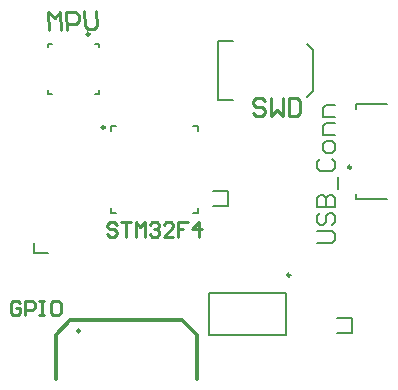
<source format=gbr>
%TF.GenerationSoftware,Altium Limited,Altium Designer,24.4.1 (13)*%
G04 Layer_Color=65535*
%FSLAX45Y45*%
%MOMM*%
%TF.SameCoordinates,9860FC65-6E59-49BE-95FE-00A45DA03842*%
%TF.FilePolarity,Positive*%
%TF.FileFunction,Legend,Top*%
%TF.Part,Single*%
G01*
G75*
%TA.AperFunction,NonConductor*%
%ADD14C,0.25400*%
%ADD49C,0.25000*%
%ADD50C,0.20000*%
%ADD51C,0.17500*%
%ADD52C,0.30000*%
%ADD53C,0.19000*%
D14*
X644288Y456328D02*
G03*
X644288Y456328I-10270J0D01*
G01*
X140374Y690368D02*
X120381Y710361D01*
X80394D01*
X60400Y690368D01*
Y610393D01*
X80394Y590400D01*
X120381D01*
X140374Y610393D01*
Y650380D01*
X100387D01*
X180361Y590400D02*
Y710361D01*
X240342D01*
X260335Y690368D01*
Y650380D01*
X240342Y630387D01*
X180361D01*
X300322Y710361D02*
X340309D01*
X320316D01*
Y590400D01*
X300322D01*
X340309D01*
X460271Y710361D02*
X420284D01*
X400290Y690368D01*
Y610393D01*
X420284Y590400D01*
X460271D01*
X480264Y610393D01*
Y690368D01*
X460271Y710361D01*
X955374Y1355368D02*
X935381Y1375361D01*
X895394D01*
X875400Y1355368D01*
Y1335374D01*
X895394Y1315381D01*
X935381D01*
X955374Y1295387D01*
Y1275394D01*
X935381Y1255400D01*
X895394D01*
X875400Y1275394D01*
X995361Y1375361D02*
X1075335D01*
X1035348D01*
Y1255400D01*
X1115322D02*
Y1375361D01*
X1155309Y1335374D01*
X1195297Y1375361D01*
Y1255400D01*
X1235284Y1355368D02*
X1255277Y1375361D01*
X1295264D01*
X1315258Y1355368D01*
Y1335374D01*
X1295264Y1315381D01*
X1275270D01*
X1295264D01*
X1315258Y1295387D01*
Y1275394D01*
X1295264Y1255400D01*
X1255277D01*
X1235284Y1275394D01*
X1435219Y1255400D02*
X1355245D01*
X1435219Y1335374D01*
Y1355368D01*
X1415225Y1375361D01*
X1375238D01*
X1355245Y1355368D01*
X1555180Y1375361D02*
X1475206D01*
Y1315381D01*
X1515193D01*
X1475206D01*
Y1255400D01*
X1655148D02*
Y1375361D01*
X1595167Y1315381D01*
X1675141D01*
X382169Y3001111D02*
X377842Y3153400D01*
X430047Y3104079D01*
X479369Y3156285D01*
X483695Y3003995D01*
X534458Y3005437D02*
X530132Y3157726D01*
X606276Y3159890D01*
X632379Y3135229D01*
X633821Y3084466D01*
X609160Y3058363D01*
X533016Y3056200D01*
X682421Y3162053D02*
X686026Y3035145D01*
X712129Y3010485D01*
X762892Y3011927D01*
X787552Y3038029D01*
X783947Y3164937D01*
X2206967Y2404859D02*
X2181576Y2430251D01*
X2130792D01*
X2105400Y2404859D01*
Y2379467D01*
X2130792Y2354075D01*
X2181576D01*
X2206967Y2328683D01*
Y2303292D01*
X2181576Y2277900D01*
X2130792D01*
X2105400Y2303292D01*
X2257751Y2430251D02*
Y2277900D01*
X2308534Y2328683D01*
X2359318Y2277900D01*
Y2430251D01*
X2410102D02*
Y2277900D01*
X2486277D01*
X2511669Y2303292D01*
Y2404859D01*
X2486277Y2430251D01*
X2410102D01*
D49*
X855000Y2180000D02*
G03*
X855000Y2180000I-12500J0D01*
G01*
X2940000Y1842500D02*
G03*
X2940000Y1842500I-12500J0D01*
G01*
X725000Y2970000D02*
G03*
X725000Y2970000I-12500J0D01*
G01*
X2425000Y929500D02*
G03*
X2425000Y929500I-12500J0D01*
G01*
D50*
X907500Y1455000D02*
X950000D01*
X907500D02*
Y1497500D01*
X1605000Y1455000D02*
X1647500D01*
Y1497500D01*
Y2152500D02*
Y2195000D01*
X1605000D02*
X1647500D01*
X907500D02*
X950000D01*
X907500Y2152500D02*
Y2195000D01*
X2977500Y1570500D02*
X3245000D01*
X2977500Y2379500D02*
X3245000D01*
X2977500Y2332500D02*
Y2379500D01*
Y1570500D02*
Y1617500D01*
X802500Y2460000D02*
Y2492500D01*
X770000Y2460000D02*
X802500D01*
X372500D02*
X405000D01*
X372500D02*
Y2492500D01*
Y2857500D02*
Y2890000D01*
X405000D01*
X802500Y2857500D02*
Y2890000D01*
X770000D02*
X802500D01*
X1737250Y775250D02*
X2387750D01*
X1737250Y424750D02*
Y775250D01*
Y424750D02*
X2387750D01*
Y775250D01*
X254427Y1115715D02*
Y1205000D01*
Y1115715D02*
X377500D01*
D51*
X2564500Y2436500D02*
X2614500Y2486500D01*
Y2836500D01*
X2564500Y2886500D02*
X2614500Y2836500D01*
X1814500Y2411500D02*
Y2911500D01*
Y2411500D02*
X1939500D01*
X1814500Y2911500D02*
X1939500D01*
X2822215Y564715D02*
X2947500D01*
Y435285D02*
Y564715D01*
X2822215Y435285D02*
X2947500D01*
X1772215Y1510285D02*
X1897500D01*
Y1639715D01*
X1772215D02*
X1897500D01*
D52*
X437500Y50000D02*
Y425000D01*
X562500Y550000D01*
X1512500D01*
X1637500Y425000D01*
Y50000D02*
Y425000D01*
D53*
X2653258Y1203999D02*
X2780216D01*
X2805608Y1229391D01*
Y1280175D01*
X2780216Y1305567D01*
X2653258D01*
X2678649Y1457917D02*
X2653258Y1432525D01*
Y1381742D01*
X2678649Y1356350D01*
X2704041D01*
X2729433Y1381742D01*
Y1432525D01*
X2754825Y1457917D01*
X2780216D01*
X2805608Y1432525D01*
Y1381742D01*
X2780216Y1356350D01*
X2653258Y1508701D02*
X2805608D01*
Y1584876D01*
X2780216Y1610268D01*
X2754825D01*
X2729433Y1584876D01*
Y1508701D01*
Y1584876D01*
X2704041Y1610268D01*
X2678649D01*
X2653258Y1584876D01*
Y1508701D01*
X2831000Y1661052D02*
Y1762619D01*
X2678649Y1914969D02*
X2653258Y1889578D01*
Y1838794D01*
X2678649Y1813402D01*
X2780216D01*
X2805608Y1838794D01*
Y1889578D01*
X2780216Y1914969D01*
X2805608Y1991145D02*
Y2041928D01*
X2780216Y2067320D01*
X2729433D01*
X2704041Y2041928D01*
Y1991145D01*
X2729433Y1965753D01*
X2780216D01*
X2805608Y1991145D01*
Y2118104D02*
X2704041D01*
Y2194279D01*
X2729433Y2219671D01*
X2805608D01*
Y2270454D02*
X2704041D01*
Y2346630D01*
X2729433Y2372022D01*
X2805608D01*
%TF.MD5,98a1b6dd08f07bc4fd05b688894ab658*%
M02*

</source>
